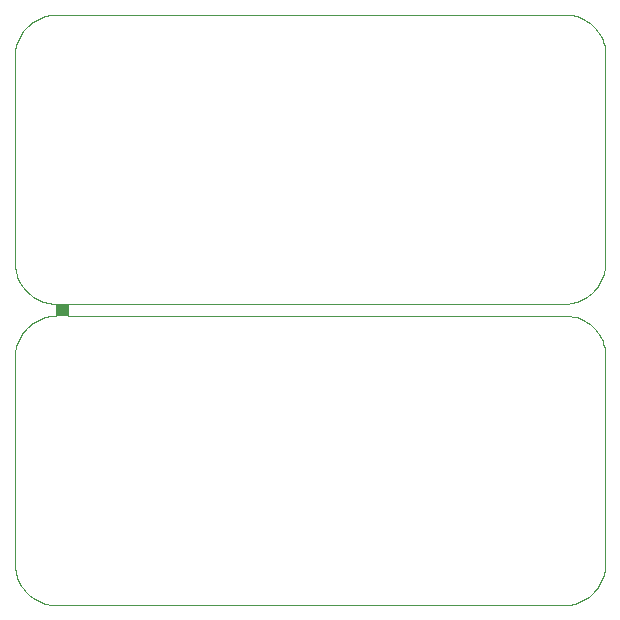
<source format=gts>
G75*
G70*
%OFA0B0*%
%FSLAX24Y24*%
%IPPOS*%
%LPD*%
%AMOC8*
5,1,8,0,0,1.08239X$1,22.5*
%
%ADD10C,0.0000*%
%ADD11R,0.0394X0.0394*%
D10*
X001475Y001583D02*
X001478Y001583D01*
X018407Y001583D01*
X018410Y001583D01*
X018408Y001583D02*
X018482Y001586D01*
X018556Y001593D01*
X018630Y001604D01*
X018702Y001619D01*
X018774Y001637D01*
X018845Y001660D01*
X018915Y001686D01*
X018983Y001716D01*
X019049Y001749D01*
X019114Y001786D01*
X019176Y001827D01*
X019237Y001870D01*
X019295Y001917D01*
X019350Y001967D01*
X019402Y002019D01*
X019452Y002074D01*
X019499Y002132D01*
X019542Y002193D01*
X019583Y002255D01*
X019620Y002320D01*
X019653Y002386D01*
X019683Y002454D01*
X019709Y002524D01*
X019732Y002595D01*
X019750Y002667D01*
X019765Y002739D01*
X019776Y002813D01*
X019783Y002887D01*
X019786Y002961D01*
X019785Y002961D02*
X019785Y002958D01*
X019785Y002961D02*
X019785Y009812D01*
X019785Y009857D01*
X019785Y009812D02*
X019787Y009884D01*
X019785Y009955D01*
X019780Y010027D01*
X019771Y010098D01*
X019758Y010169D01*
X019741Y010238D01*
X019720Y010307D01*
X019696Y010375D01*
X019669Y010441D01*
X019637Y010505D01*
X019603Y010568D01*
X019565Y010629D01*
X019524Y010688D01*
X019480Y010744D01*
X019432Y010798D01*
X019382Y010849D01*
X019330Y010898D01*
X019275Y010944D01*
X019217Y010987D01*
X019157Y011026D01*
X019095Y011063D01*
X019032Y011096D01*
X018967Y011125D01*
X018900Y011151D01*
X018832Y011174D01*
X018762Y011192D01*
X018692Y011207D01*
X018621Y011219D01*
X018550Y011226D01*
X018479Y011230D01*
X018407Y011229D01*
X001872Y011229D01*
X001872Y011623D01*
X018407Y011623D01*
X018410Y011623D01*
X018407Y011229D02*
X018410Y011229D01*
X018408Y011622D02*
X018482Y011625D01*
X018556Y011632D01*
X018630Y011643D01*
X018702Y011658D01*
X018774Y011676D01*
X018845Y011699D01*
X018915Y011725D01*
X018983Y011755D01*
X019049Y011788D01*
X019114Y011825D01*
X019176Y011866D01*
X019237Y011909D01*
X019295Y011956D01*
X019350Y012006D01*
X019402Y012058D01*
X019452Y012113D01*
X019499Y012171D01*
X019542Y012232D01*
X019583Y012294D01*
X019620Y012359D01*
X019653Y012425D01*
X019683Y012493D01*
X019709Y012563D01*
X019732Y012634D01*
X019750Y012706D01*
X019765Y012778D01*
X019776Y012852D01*
X019783Y012926D01*
X019786Y013000D01*
X019785Y013001D02*
X019785Y012998D01*
X019785Y013001D02*
X019785Y019851D01*
X019785Y019897D01*
X019785Y019851D02*
X019787Y019923D01*
X019785Y019994D01*
X019780Y020066D01*
X019771Y020137D01*
X019758Y020208D01*
X019741Y020277D01*
X019720Y020346D01*
X019696Y020414D01*
X019669Y020480D01*
X019637Y020544D01*
X019603Y020607D01*
X019565Y020668D01*
X019524Y020727D01*
X019480Y020783D01*
X019432Y020837D01*
X019382Y020888D01*
X019330Y020937D01*
X019275Y020983D01*
X019217Y021026D01*
X019157Y021065D01*
X019095Y021102D01*
X019032Y021135D01*
X018967Y021164D01*
X018900Y021190D01*
X018832Y021213D01*
X018762Y021231D01*
X018692Y021246D01*
X018621Y021258D01*
X018550Y021265D01*
X018479Y021269D01*
X018407Y021268D01*
X018410Y021268D01*
X018407Y021268D02*
X001478Y021268D01*
X001475Y021268D01*
X001478Y021269D02*
X001404Y021266D01*
X001330Y021259D01*
X001256Y021248D01*
X001184Y021233D01*
X001112Y021215D01*
X001041Y021192D01*
X000971Y021166D01*
X000903Y021136D01*
X000837Y021103D01*
X000772Y021066D01*
X000710Y021025D01*
X000649Y020982D01*
X000591Y020935D01*
X000536Y020885D01*
X000484Y020833D01*
X000434Y020778D01*
X000387Y020720D01*
X000344Y020659D01*
X000303Y020597D01*
X000266Y020532D01*
X000233Y020466D01*
X000203Y020398D01*
X000177Y020328D01*
X000154Y020257D01*
X000136Y020185D01*
X000121Y020113D01*
X000110Y020039D01*
X000103Y019965D01*
X000100Y019891D01*
X000100Y019890D02*
X000100Y019894D01*
X000100Y019890D02*
X000100Y013040D01*
X000100Y012998D01*
X000100Y013040D02*
X000101Y012967D01*
X000106Y012893D01*
X000114Y012821D01*
X000127Y012749D01*
X000143Y012677D01*
X000162Y012607D01*
X000186Y012537D01*
X000213Y012469D01*
X000244Y012403D01*
X000278Y012338D01*
X000315Y012275D01*
X000356Y012214D01*
X000399Y012156D01*
X000446Y012099D01*
X000496Y012045D01*
X000548Y011994D01*
X000603Y011946D01*
X000660Y011901D01*
X000720Y011858D01*
X000782Y011819D01*
X000846Y011783D01*
X000911Y011751D01*
X000979Y011722D01*
X001047Y011697D01*
X001117Y011675D01*
X001188Y011657D01*
X001260Y011642D01*
X001332Y011632D01*
X001405Y011625D01*
X001478Y011622D01*
X001478Y011623D02*
X001478Y011229D01*
X001475Y011229D01*
X001475Y011623D02*
X001478Y011623D01*
X001478Y011229D02*
X001404Y011226D01*
X001330Y011219D01*
X001256Y011208D01*
X001184Y011193D01*
X001112Y011175D01*
X001041Y011152D01*
X000971Y011126D01*
X000903Y011096D01*
X000837Y011063D01*
X000772Y011026D01*
X000710Y010985D01*
X000649Y010942D01*
X000591Y010895D01*
X000536Y010845D01*
X000484Y010793D01*
X000434Y010738D01*
X000387Y010680D01*
X000344Y010619D01*
X000303Y010557D01*
X000266Y010492D01*
X000233Y010426D01*
X000203Y010358D01*
X000177Y010288D01*
X000154Y010217D01*
X000136Y010145D01*
X000121Y010073D01*
X000110Y009999D01*
X000103Y009925D01*
X000100Y009851D01*
X000100Y009854D01*
X000100Y009851D02*
X000100Y003001D01*
X000100Y002958D01*
X000100Y003001D02*
X000101Y002928D01*
X000106Y002854D01*
X000114Y002782D01*
X000127Y002710D01*
X000143Y002638D01*
X000162Y002568D01*
X000186Y002498D01*
X000213Y002430D01*
X000244Y002364D01*
X000278Y002299D01*
X000315Y002236D01*
X000356Y002175D01*
X000399Y002117D01*
X000446Y002060D01*
X000496Y002006D01*
X000548Y001955D01*
X000603Y001907D01*
X000660Y001862D01*
X000720Y001819D01*
X000782Y001780D01*
X000846Y001744D01*
X000911Y001712D01*
X000979Y001683D01*
X001047Y001658D01*
X001117Y001636D01*
X001188Y001618D01*
X001260Y001603D01*
X001332Y001593D01*
X001405Y001586D01*
X001478Y001583D01*
D11*
X001675Y011426D03*
M02*

</source>
